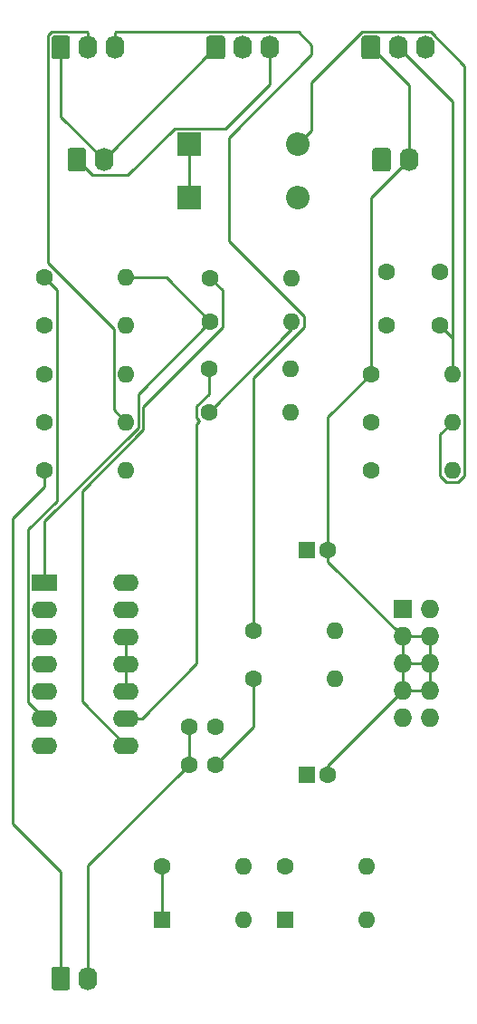
<source format=gbr>
%TF.GenerationSoftware,KiCad,Pcbnew,(5.1.8-0-10_14)*%
%TF.CreationDate,2021-07-07T10:12:16-04:00*%
%TF.ProjectId,fwr,6677722e-6b69-4636-9164-5f7063625858,rev?*%
%TF.SameCoordinates,Original*%
%TF.FileFunction,Copper,L1,Top*%
%TF.FilePolarity,Positive*%
%FSLAX46Y46*%
G04 Gerber Fmt 4.6, Leading zero omitted, Abs format (unit mm)*
G04 Created by KiCad (PCBNEW (5.1.8-0-10_14)) date 2021-07-07 10:12:16*
%MOMM*%
%LPD*%
G01*
G04 APERTURE LIST*
%TA.AperFunction,ComponentPad*%
%ADD10O,1.740000X2.200000*%
%TD*%
%TA.AperFunction,ComponentPad*%
%ADD11C,1.600000*%
%TD*%
%TA.AperFunction,ComponentPad*%
%ADD12R,1.600000X1.600000*%
%TD*%
%TA.AperFunction,ComponentPad*%
%ADD13O,1.600000X1.600000*%
%TD*%
%TA.AperFunction,ComponentPad*%
%ADD14O,2.200000X2.200000*%
%TD*%
%TA.AperFunction,ComponentPad*%
%ADD15R,2.200000X2.200000*%
%TD*%
%TA.AperFunction,ComponentPad*%
%ADD16R,1.727200X1.727200*%
%TD*%
%TA.AperFunction,ComponentPad*%
%ADD17O,1.727200X1.727200*%
%TD*%
%TA.AperFunction,ComponentPad*%
%ADD18R,2.400000X1.600000*%
%TD*%
%TA.AperFunction,ComponentPad*%
%ADD19O,2.400000X1.600000*%
%TD*%
%TA.AperFunction,Conductor*%
%ADD20C,0.250000*%
%TD*%
G04 APERTURE END LIST*
%TO.P,Bias,1*%
%TO.N,-12V*%
%TA.AperFunction,ComponentPad*%
G36*
G01*
X105630000Y-56850001D02*
X105630000Y-55149999D01*
G75*
G02*
X105879999Y-54900000I249999J0D01*
G01*
X107120001Y-54900000D01*
G75*
G02*
X107370000Y-55149999I0J-249999D01*
G01*
X107370000Y-56850001D01*
G75*
G02*
X107120001Y-57100000I-249999J0D01*
G01*
X105879999Y-57100000D01*
G75*
G02*
X105630000Y-56850001I0J249999D01*
G01*
G37*
%TD.AperFunction*%
D10*
%TO.P,Bias,2*%
%TO.N,Net-(Bias1-Pad2)*%
X109040000Y-56000000D03*
%TO.P,Bias,3*%
%TO.N,+12V*%
X111580000Y-56000000D03*
%TD*%
D11*
%TO.P,C1,2*%
%TO.N,Net-(C1-Pad2)*%
X142000000Y-82000000D03*
%TO.P,C1,1*%
%TO.N,Net-(C1-Pad1)*%
X137000000Y-82000000D03*
%TD*%
%TO.P,C2,1*%
%TO.N,-12V*%
X118500000Y-119500000D03*
%TO.P,C2,2*%
%TO.N,+12V*%
X121000000Y-119500000D03*
%TD*%
%TO.P,C3,2*%
%TO.N,-12V*%
X121000000Y-123000000D03*
%TO.P,C3,1*%
X118500000Y-123000000D03*
%TD*%
%TO.P,C4,1*%
%TO.N,Net-(C4-Pad1)*%
X137000000Y-77000000D03*
%TO.P,C4,2*%
%TO.N,Net-(C4-Pad2)*%
X142000000Y-77000000D03*
%TD*%
%TO.P,C5,2*%
%TO.N,-12V*%
X131500000Y-124000000D03*
D12*
%TO.P,C5,1*%
%TO.N,+12V*%
X129500000Y-124000000D03*
%TD*%
%TO.P,C6,1*%
%TO.N,-12V*%
X129500000Y-103000000D03*
D11*
%TO.P,C6,2*%
X131500000Y-103000000D03*
%TD*%
D10*
%TO.P,CV_Amount,3*%
%TO.N,Net-(CV_Amount1-Pad3)*%
X126080000Y-56000000D03*
%TO.P,CV_Amount,2*%
%TO.N,Net-(CV_Amount1-Pad2)*%
X123540000Y-56000000D03*
%TO.P,CV_Amount,1*%
%TO.N,-12V*%
%TA.AperFunction,ComponentPad*%
G36*
G01*
X120130000Y-56850001D02*
X120130000Y-55149999D01*
G75*
G02*
X120379999Y-54900000I249999J0D01*
G01*
X121620001Y-54900000D01*
G75*
G02*
X121870000Y-55149999I0J-249999D01*
G01*
X121870000Y-56850001D01*
G75*
G02*
X121620001Y-57100000I-249999J0D01*
G01*
X120379999Y-57100000D01*
G75*
G02*
X120130000Y-56850001I0J249999D01*
G01*
G37*
%TD.AperFunction*%
%TD*%
D12*
%TO.P,1N4148,1*%
%TO.N,Net-(D1-Pad1)*%
X127500000Y-137500000D03*
D13*
%TO.P,1N4148,2*%
%TO.N,Net-(D1-Pad2)*%
X135120000Y-137500000D03*
%TD*%
%TO.P,1N4148,2*%
%TO.N,Net-(D1-Pad1)*%
X123620000Y-137500000D03*
D12*
%TO.P,1N4148,1*%
%TO.N,Net-(D2-Pad1)*%
X116000000Y-137500000D03*
%TD*%
D14*
%TO.P,1N4733,2*%
%TO.N,Net-(D3-Pad2)*%
X128660000Y-65000000D03*
D15*
%TO.P,1N4733,1*%
%TO.N,Net-(D3-Pad1)*%
X118500000Y-65000000D03*
%TD*%
%TO.P,1N4733,1*%
%TO.N,Net-(D3-Pad1)*%
X118500000Y-70000000D03*
D14*
%TO.P,1N4733,2*%
%TO.N,Net-(D4-Pad2)*%
X128660000Y-70000000D03*
%TD*%
D11*
%TO.P,FB1,1*%
%TO.N,-12V*%
X124500000Y-115000000D03*
D13*
%TO.P,FB1,2*%
%TO.N,Net-(FB1-Pad2)*%
X132120000Y-115000000D03*
%TD*%
%TO.P,FB2,2*%
%TO.N,Net-(FB2-Pad2)*%
X132120000Y-110500000D03*
D11*
%TO.P,FB2,1*%
%TO.N,+12V*%
X124500000Y-110500000D03*
%TD*%
%TO.P,Feedback,1*%
%TO.N,-12V*%
%TA.AperFunction,ComponentPad*%
G36*
G01*
X134630000Y-56850001D02*
X134630000Y-55149999D01*
G75*
G02*
X134879999Y-54900000I249999J0D01*
G01*
X136120001Y-54900000D01*
G75*
G02*
X136370000Y-55149999I0J-249999D01*
G01*
X136370000Y-56850001D01*
G75*
G02*
X136120001Y-57100000I-249999J0D01*
G01*
X134879999Y-57100000D01*
G75*
G02*
X134630000Y-56850001I0J249999D01*
G01*
G37*
%TD.AperFunction*%
D10*
%TO.P,Feedback,2*%
%TO.N,Net-(C1-Pad2)*%
X138040000Y-56000000D03*
%TO.P,Feedback,3*%
%TO.N,Net-(Feedback1-Pad3)*%
X140580000Y-56000000D03*
%TD*%
%TO.P,J1,2*%
%TO.N,-12V*%
X110540000Y-66500000D03*
%TO.P,J1,1*%
%TO.N,Net-(CV_Amount1-Pad3)*%
%TA.AperFunction,ComponentPad*%
G36*
G01*
X107130000Y-67350001D02*
X107130000Y-65649999D01*
G75*
G02*
X107379999Y-65400000I249999J0D01*
G01*
X108620001Y-65400000D01*
G75*
G02*
X108870000Y-65649999I0J-249999D01*
G01*
X108870000Y-67350001D01*
G75*
G02*
X108620001Y-67600000I-249999J0D01*
G01*
X107379999Y-67600000D01*
G75*
G02*
X107130000Y-67350001I0J249999D01*
G01*
G37*
%TD.AperFunction*%
%TD*%
%TO.P,J2,1*%
%TO.N,Net-(C1-Pad2)*%
%TA.AperFunction,ComponentPad*%
G36*
G01*
X135630000Y-67350001D02*
X135630000Y-65649999D01*
G75*
G02*
X135879999Y-65400000I249999J0D01*
G01*
X137120001Y-65400000D01*
G75*
G02*
X137370000Y-65649999I0J-249999D01*
G01*
X137370000Y-67350001D01*
G75*
G02*
X137120001Y-67600000I-249999J0D01*
G01*
X135879999Y-67600000D01*
G75*
G02*
X135630000Y-67350001I0J249999D01*
G01*
G37*
%TD.AperFunction*%
%TO.P,J2,2*%
%TO.N,-12V*%
X139040000Y-66500000D03*
%TD*%
D16*
%TO.P,J3,1*%
%TO.N,Net-(FB1-Pad2)*%
X138500000Y-108500000D03*
D17*
%TO.P,J3,2*%
X141040000Y-108500000D03*
%TO.P,J3,3*%
%TO.N,-12V*%
X138500000Y-111040000D03*
%TO.P,J3,4*%
X141040000Y-111040000D03*
%TO.P,J3,5*%
X138500000Y-113580000D03*
%TO.P,J3,6*%
X141040000Y-113580000D03*
%TO.P,J3,7*%
X138500000Y-116120000D03*
%TO.P,J3,8*%
X141040000Y-116120000D03*
%TO.P,J3,9*%
%TO.N,Net-(FB2-Pad2)*%
X138500000Y-118660000D03*
%TO.P,J3,10*%
X141040000Y-118660000D03*
%TD*%
%TO.P,J4,1*%
%TO.N,Net-(Feedback1-Pad3)*%
%TA.AperFunction,ComponentPad*%
G36*
G01*
X105630000Y-143850001D02*
X105630000Y-142149999D01*
G75*
G02*
X105879999Y-141900000I249999J0D01*
G01*
X107120001Y-141900000D01*
G75*
G02*
X107370000Y-142149999I0J-249999D01*
G01*
X107370000Y-143850001D01*
G75*
G02*
X107120001Y-144100000I-249999J0D01*
G01*
X105879999Y-144100000D01*
G75*
G02*
X105630000Y-143850001I0J249999D01*
G01*
G37*
%TD.AperFunction*%
D10*
%TO.P,J4,2*%
%TO.N,-12V*%
X109040000Y-143000000D03*
%TD*%
D13*
%TO.P,R1,2*%
%TO.N,Net-(C1-Pad2)*%
X143120000Y-86500000D03*
D11*
%TO.P,R1,1*%
%TO.N,-12V*%
X135500000Y-86500000D03*
%TD*%
%TO.P,R2,1*%
%TO.N,Net-(R2-Pad1)*%
X105000000Y-91000000D03*
D13*
%TO.P,R2,2*%
%TO.N,Net-(Bias1-Pad2)*%
X112620000Y-91000000D03*
%TD*%
D11*
%TO.P,R3,1*%
%TO.N,Net-(R2-Pad1)*%
X105000000Y-86500000D03*
D13*
%TO.P,R3,2*%
%TO.N,Net-(CV_Amount1-Pad2)*%
X112620000Y-86500000D03*
%TD*%
%TO.P,R4,2*%
%TO.N,Net-(C1-Pad1)*%
X127955001Y-90075001D03*
D11*
%TO.P,R4,1*%
%TO.N,Net-(R2-Pad1)*%
X120335001Y-90075001D03*
%TD*%
D13*
%TO.P,R5,2*%
%TO.N,Net-(D2-Pad1)*%
X135120000Y-132500000D03*
D11*
%TO.P,R5,1*%
%TO.N,Net-(R5-Pad1)*%
X127500000Y-132500000D03*
%TD*%
%TO.P,R6,1*%
%TO.N,Net-(R5-Pad1)*%
X120335001Y-86025001D03*
D13*
%TO.P,R6,2*%
%TO.N,Net-(R6-Pad2)*%
X127955001Y-86025001D03*
%TD*%
D11*
%TO.P,R7,1*%
%TO.N,Net-(R6-Pad2)*%
X120485001Y-81625001D03*
D13*
%TO.P,R7,2*%
%TO.N,Net-(R2-Pad1)*%
X128105001Y-81625001D03*
%TD*%
%TO.P,R8,2*%
%TO.N,Net-(R5-Pad1)*%
X128105001Y-77575001D03*
D11*
%TO.P,R8,1*%
%TO.N,Net-(C4-Pad2)*%
X120485001Y-77575001D03*
%TD*%
D13*
%TO.P,R9,2*%
%TO.N,Net-(R6-Pad2)*%
X112620000Y-77500000D03*
D11*
%TO.P,R9,1*%
%TO.N,Net-(D1-Pad2)*%
X105000000Y-77500000D03*
%TD*%
%TO.P,R10,1*%
%TO.N,Net-(D3-Pad2)*%
X135500000Y-95500000D03*
D13*
%TO.P,R10,2*%
%TO.N,Net-(C4-Pad1)*%
X143120000Y-95500000D03*
%TD*%
D11*
%TO.P,R11,1*%
%TO.N,Net-(D2-Pad1)*%
X116000000Y-132500000D03*
D13*
%TO.P,R11,2*%
%TO.N,Net-(D1-Pad2)*%
X123620000Y-132500000D03*
%TD*%
D11*
%TO.P,R12,1*%
%TO.N,Net-(R12-Pad1)*%
X135500000Y-91000000D03*
D13*
%TO.P,R12,2*%
%TO.N,Net-(D3-Pad2)*%
X143120000Y-91000000D03*
%TD*%
%TO.P,R13,2*%
%TO.N,Net-(R12-Pad1)*%
X112620000Y-95500000D03*
D11*
%TO.P,R13,1*%
%TO.N,Net-(Feedback1-Pad3)*%
X105000000Y-95500000D03*
%TD*%
D13*
%TO.P,R14,2*%
%TO.N,Net-(D4-Pad2)*%
X112620000Y-82000000D03*
D11*
%TO.P,R14,1*%
%TO.N,Net-(R12-Pad1)*%
X105000000Y-82000000D03*
%TD*%
D18*
%TO.P,U1,1*%
%TO.N,Net-(R6-Pad2)*%
X105000000Y-106000000D03*
D19*
%TO.P,U1,8*%
%TO.N,Net-(C4-Pad2)*%
X112620000Y-121240000D03*
%TO.P,U1,2*%
%TO.N,Net-(R2-Pad1)*%
X105000000Y-108540000D03*
%TO.P,U1,9*%
%TO.N,Net-(R5-Pad1)*%
X112620000Y-118700000D03*
%TO.P,U1,3*%
%TO.N,-12V*%
X105000000Y-111080000D03*
%TO.P,U1,10*%
X112620000Y-116160000D03*
%TO.P,U1,4*%
%TO.N,+12V*%
X105000000Y-113620000D03*
%TO.P,U1,11*%
%TO.N,-12V*%
X112620000Y-113620000D03*
%TO.P,U1,5*%
X105000000Y-116160000D03*
%TO.P,U1,12*%
X112620000Y-111080000D03*
%TO.P,U1,6*%
%TO.N,Net-(D1-Pad2)*%
X105000000Y-118700000D03*
%TO.P,U1,13*%
%TO.N,Net-(D3-Pad2)*%
X112620000Y-108540000D03*
%TO.P,U1,7*%
%TO.N,Net-(D1-Pad1)*%
X105000000Y-121240000D03*
%TO.P,U1,14*%
%TO.N,Net-(R12-Pad1)*%
X112620000Y-106000000D03*
%TD*%
D20*
%TO.N,+12V*%
X124500000Y-110500000D02*
X124500000Y-86895004D01*
X124500000Y-86895004D02*
X129230002Y-82165002D01*
X129230002Y-82165002D02*
X129230002Y-81085000D01*
X122195010Y-74050008D02*
X122195010Y-64441401D01*
X129230002Y-81085000D02*
X122195010Y-74050008D01*
X122195010Y-64441401D02*
X129950009Y-56686402D01*
X111655010Y-54574990D02*
X111580000Y-54650000D01*
X111580000Y-54650000D02*
X111580000Y-56000000D01*
X129950009Y-55813599D02*
X128711400Y-54574990D01*
X129950009Y-56686402D02*
X129950009Y-55813599D01*
X128711400Y-54574990D02*
X111655010Y-54574990D01*
%TO.N,Net-(Bias1-Pad2)*%
X111494999Y-89874999D02*
X112620000Y-91000000D01*
X111494999Y-82329997D02*
X111494999Y-89874999D01*
X105304990Y-76139988D02*
X111494999Y-82329997D01*
X105304990Y-54911820D02*
X105304990Y-76139988D01*
X105641820Y-54574990D02*
X105304990Y-54911820D01*
X108964990Y-54574990D02*
X105641820Y-54574990D01*
X109040000Y-54650000D02*
X108964990Y-54574990D01*
X109040000Y-56000000D02*
X109040000Y-54650000D01*
%TO.N,-12V*%
X131500000Y-104040000D02*
X131500000Y-103000000D01*
X138500000Y-111040000D02*
X131500000Y-104040000D01*
X131500000Y-90500000D02*
X135500000Y-86500000D01*
X131500000Y-103000000D02*
X131500000Y-90500000D01*
X135500000Y-70040000D02*
X139040000Y-66500000D01*
X135500000Y-86500000D02*
X135500000Y-70040000D01*
X106500000Y-62460000D02*
X110540000Y-66500000D01*
X106500000Y-56000000D02*
X106500000Y-62460000D01*
X110540000Y-66460000D02*
X121000000Y-56000000D01*
X110540000Y-66500000D02*
X110540000Y-66460000D01*
X109040000Y-132460000D02*
X118500000Y-123000000D01*
X109040000Y-143000000D02*
X109040000Y-132460000D01*
X118500000Y-123000000D02*
X118500000Y-119500000D01*
X124500000Y-119500000D02*
X124500000Y-115000000D01*
X121000000Y-123000000D02*
X124500000Y-119500000D01*
X138500000Y-116120000D02*
X138500000Y-113580000D01*
X138500000Y-113580000D02*
X138500000Y-111040000D01*
X141040000Y-116120000D02*
X141040000Y-113580000D01*
X141040000Y-113580000D02*
X141040000Y-111040000D01*
X131500000Y-123120000D02*
X138500000Y-116120000D01*
X131500000Y-124000000D02*
X131500000Y-123120000D01*
X139040000Y-66500000D02*
X139040000Y-59540000D01*
X139040000Y-59540000D02*
X135500000Y-56000000D01*
X112620000Y-111080000D02*
X112620000Y-113620000D01*
X112620000Y-116160000D02*
X112620000Y-113620000D01*
X138500000Y-111040000D02*
X141040000Y-111040000D01*
X141040000Y-113580000D02*
X138500000Y-113580000D01*
X138500000Y-116120000D02*
X141040000Y-116120000D01*
%TO.N,Net-(C1-Pad2)*%
X143125001Y-61085001D02*
X138040000Y-56000000D01*
X143125001Y-86494999D02*
X143125001Y-61085001D01*
X143120000Y-86500000D02*
X143125001Y-86494999D01*
X143120000Y-83120000D02*
X142000000Y-82000000D01*
X143120000Y-86500000D02*
X143120000Y-83120000D01*
%TO.N,Net-(C4-Pad2)*%
X112620000Y-121240000D02*
X108500000Y-117120000D01*
X121610002Y-82165002D02*
X121610002Y-78700002D01*
X121610002Y-78700002D02*
X120485001Y-77575001D01*
X114195012Y-89579992D02*
X121610002Y-82165002D01*
X108500000Y-97421413D02*
X114195012Y-91726401D01*
X108500000Y-117120000D02*
X108500000Y-97421413D01*
X114195012Y-91726401D02*
X114195012Y-89579992D01*
%TO.N,Net-(CV_Amount1-Pad3)*%
X117139999Y-63574999D02*
X121925001Y-63574999D01*
X112789988Y-67925010D02*
X117139999Y-63574999D01*
X109425010Y-67925010D02*
X112789988Y-67925010D01*
X108000000Y-66500000D02*
X109425010Y-67925010D01*
X126080000Y-59420000D02*
X126080000Y-56000000D01*
X121925001Y-63574999D02*
X126080000Y-59420000D01*
%TO.N,Net-(D1-Pad2)*%
X106125001Y-78625001D02*
X106125001Y-98374999D01*
X105000000Y-77500000D02*
X106125001Y-78625001D01*
X103474990Y-117174990D02*
X105000000Y-118700000D01*
X103474990Y-101025010D02*
X103474990Y-117174990D01*
X106125001Y-98374999D02*
X103474990Y-101025010D01*
%TO.N,Net-(D2-Pad1)*%
X116000000Y-137500000D02*
X116000000Y-132500000D01*
%TO.N,Net-(D3-Pad2)*%
X141074989Y-54574990D02*
X134641820Y-54574990D01*
X141994999Y-92125001D02*
X141994999Y-96040001D01*
X129900022Y-63759978D02*
X128660000Y-65000000D01*
X141994999Y-96040001D02*
X142579999Y-96625001D01*
X129900022Y-59316788D02*
X129900022Y-63759978D01*
X142579999Y-96625001D02*
X143660001Y-96625001D01*
X134641820Y-54574990D02*
X129900022Y-59316788D01*
X144245001Y-96040001D02*
X144245001Y-57745002D01*
X143120000Y-91000000D02*
X141994999Y-92125001D01*
X143660001Y-96625001D02*
X144245001Y-96040001D01*
X144245001Y-57745002D02*
X141074989Y-54574990D01*
%TO.N,Net-(D3-Pad1)*%
X118500000Y-65000000D02*
X118500000Y-70000000D01*
%TO.N,Net-(Feedback1-Pad3)*%
X106525010Y-142974990D02*
X106525010Y-133025010D01*
X106500000Y-143000000D02*
X106525010Y-142974990D01*
X106525010Y-133025010D02*
X102000000Y-128500000D01*
X102000000Y-128500000D02*
X102000000Y-100000000D01*
X105000000Y-97000000D02*
X105000000Y-95500000D01*
X102000000Y-100000000D02*
X105000000Y-97000000D01*
%TO.N,Net-(R2-Pad1)*%
X128105001Y-82305001D02*
X128105001Y-81625001D01*
X120335001Y-90075001D02*
X128105001Y-82305001D01*
X105000000Y-91000000D02*
X105000000Y-90500000D01*
%TO.N,Net-(R5-Pad1)*%
X119210000Y-89535000D02*
X120335001Y-88409999D01*
X112620000Y-118700000D02*
X114070000Y-118700000D01*
X119210000Y-113560000D02*
X119210000Y-91211413D01*
X114070000Y-118700000D02*
X119210000Y-113560000D01*
X119450011Y-90855013D02*
X119210000Y-90615002D01*
X119450011Y-90971402D02*
X119450011Y-90855013D01*
X119210000Y-90615002D02*
X119210000Y-89535000D01*
X119210000Y-91211413D02*
X119450011Y-90971402D01*
X120335001Y-88409999D02*
X120335001Y-86025001D01*
%TO.N,Net-(R6-Pad2)*%
X116360000Y-77500000D02*
X120485001Y-81625001D01*
X112620000Y-77500000D02*
X116360000Y-77500000D01*
X127955001Y-86025001D02*
X127974999Y-86025001D01*
X113745001Y-91540002D02*
X113745001Y-88365001D01*
X105000000Y-106000000D02*
X105000000Y-100285003D01*
X105000000Y-100285003D02*
X113745001Y-91540002D01*
X113745001Y-88365001D02*
X120485001Y-81625001D01*
%TD*%
M02*

</source>
